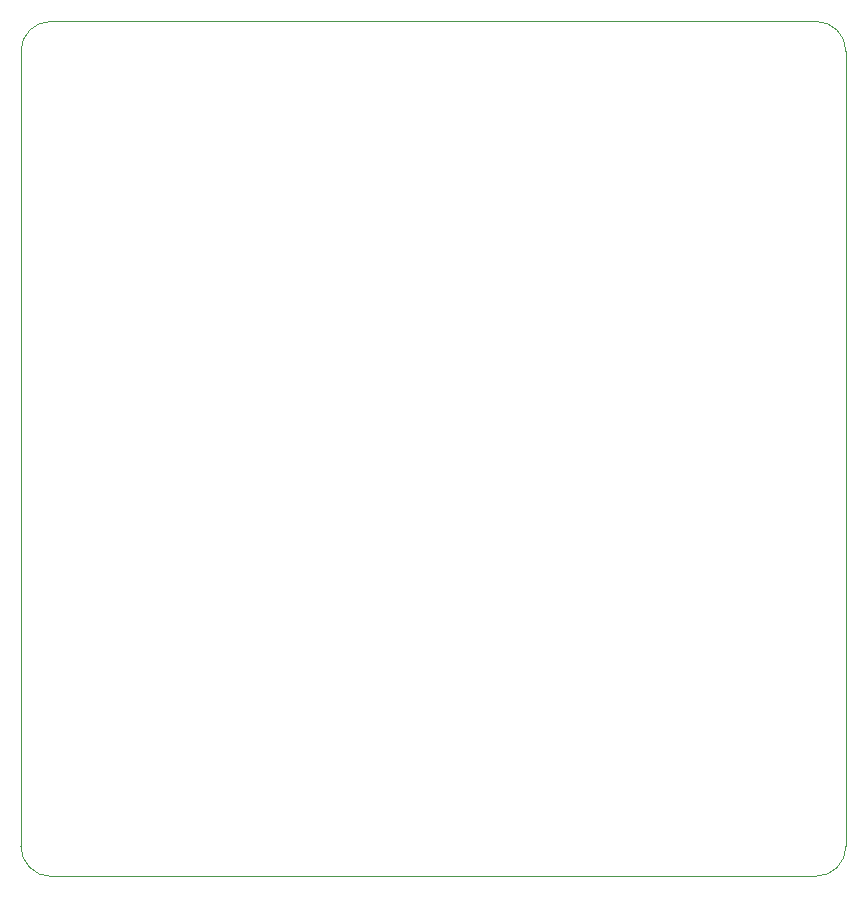
<source format=gm1>
G04 #@! TF.GenerationSoftware,KiCad,Pcbnew,5.1.10-88a1d61d58~90~ubuntu20.04.1*
G04 #@! TF.CreationDate,2021-07-14T18:43:21+02:00*
G04 #@! TF.ProjectId,master-wt32-eth01,6d617374-6572-42d7-9774-33322d657468,rev?*
G04 #@! TF.SameCoordinates,PX3a22d00PY8062360*
G04 #@! TF.FileFunction,Profile,NP*
%FSLAX46Y46*%
G04 Gerber Fmt 4.6, Leading zero omitted, Abs format (unit mm)*
G04 Created by KiCad (PCBNEW 5.1.10-88a1d61d58~90~ubuntu20.04.1) date 2021-07-14 18:43:21*
%MOMM*%
%LPD*%
G01*
G04 APERTURE LIST*
G04 #@! TA.AperFunction,Profile*
%ADD10C,0.050000*%
G04 #@! TD*
G04 APERTURE END LIST*
D10*
X130810000Y-54610000D02*
G75*
G02*
X133350000Y-57150000I0J-2540000D01*
G01*
X133350000Y-124460000D02*
G75*
G02*
X130810000Y-127000000I-2540000J0D01*
G01*
X66040000Y-127000000D02*
G75*
G02*
X63500000Y-124460000I0J2540000D01*
G01*
X63500000Y-57150000D02*
G75*
G02*
X66040000Y-54610000I2540000J0D01*
G01*
X133350000Y-57150000D02*
X133350000Y-124460000D01*
X66040000Y-127000000D02*
X130810000Y-127000000D01*
X66040000Y-54610000D02*
X130810000Y-54610000D01*
X63500000Y-124460000D02*
X63500000Y-57150000D01*
M02*

</source>
